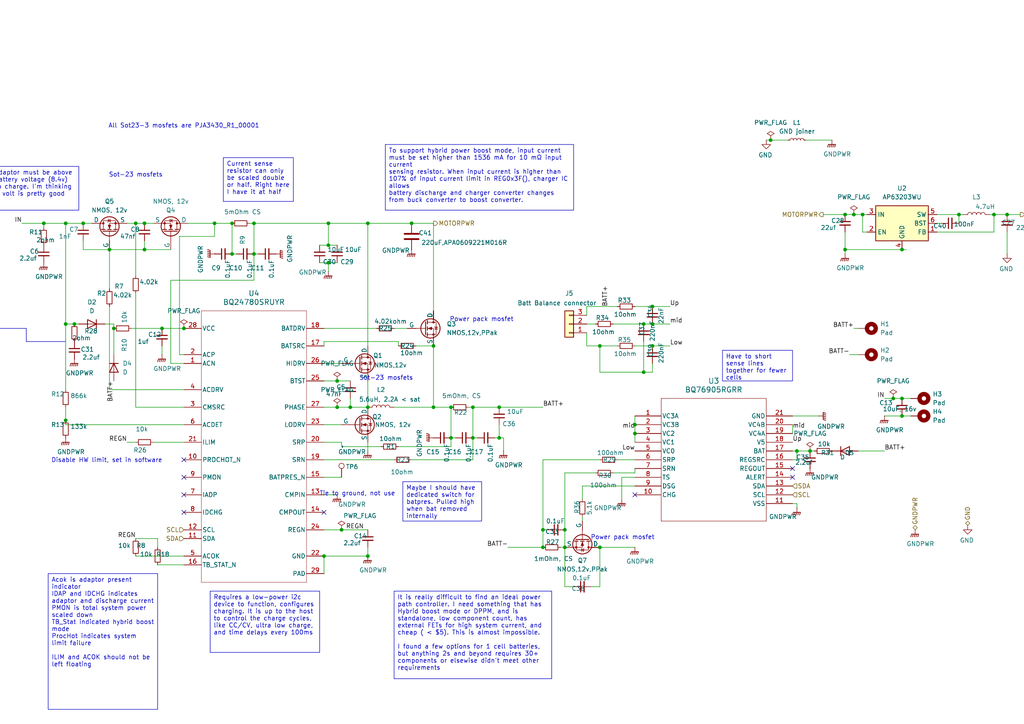
<source format=kicad_sch>
(kicad_sch (version 20231120) (generator "eeschema") (generator_version "8.0")
  (paper "A4")
  (title_block (date "2024-03-29") (rev "V1 Alpha"))
  (junction (at 189.23 93.98))
  (junction (at 67.31 73.66))
  (junction (at 163.83 158.75))
  (junction (at 184.15 125.73))
  (junction (at 53.34 95.25))
  (junction (at 173.99 100.33))
  (junction (at 101.6 118.11))
  (junction (at 231.14 130.81))
  (junction (at 137.16 127))
  (junction (at 189.23 100.33))
  (junction (at 106.68 161.29))
  (junction (at 157.48 153.67))
  (junction (at 288.29 62.23))
  (junction (at 97.79 118.11))
  (junction (at 186.69 107.95))
  (junction (at 24.13 64.77))
  (junction (at 106.68 64.77))
  (junction (at 250.19 62.23))
  (junction (at 261.62 72.39))
  (junction (at 12.7 64.77))
  (junction (at 39.37 64.77))
  (junction (at 184.15 123.19))
  (junction (at 245.11 72.39))
  (junction (at 95.25 76.2))
  (junction (at 130.81 118.11))
  (junction (at 186.69 93.98))
  (junction (at 106.68 118.11))
  (junction (at 19.05 93.98))
  (junction (at 19.05 121.92))
  (junction (at 245.11 62.23))
  (junction (at 41.91 64.77))
  (junction (at 21.59 93.98))
  (junction (at 73.66 73.66))
  (junction (at 46.99 95.25))
  (junction (at 130.81 127))
  (junction (at 189.23 88.9))
  (junction (at 97.79 110.49))
  (junction (at 62.23 64.77))
  (junction (at 93.98 161.29))
  (junction (at 95.25 64.77))
  (junction (at 157.48 158.75))
  (junction (at 278.13 62.23))
  (junction (at 31.75 72.39))
  (junction (at 33.02 95.25))
  (junction (at 73.66 64.77))
  (junction (at 95.25 71.12))
  (junction (at 261.62 120.65))
  (junction (at 41.91 72.39))
  (junction (at 163.83 153.67))
  (junction (at 234.95 130.81))
  (junction (at 19.05 64.77))
  (junction (at 259.08 115.57))
  (junction (at 144.78 127))
  (junction (at 247.65 62.23))
  (junction (at 125.73 118.11))
  (junction (at 144.78 118.11))
  (junction (at 292.1 62.23))
  (junction (at 67.31 64.77))
  (junction (at 137.16 118.11))
  (junction (at 261.62 115.57))
  (junction (at 99.06 153.67))
  (junction (at 119.38 64.77))
  (junction (at 173.99 158.75))
  (junction (at 223.52 40.64))
  (junction (at 125.73 100.33))
  (no_connect (at 53.34 133.35))
  (no_connect (at 229.87 135.89))
  (no_connect (at 229.87 138.43))
  (no_connect (at 53.34 148.59))
  (no_connect (at 93.98 148.59))
  (no_connect (at 184.15 143.51))
  (no_connect (at 53.34 138.43))
  (no_connect (at 53.34 143.51))
  (wire (pts (xy 93.98 105.41) (xy 99.06 105.41)))
  (wire (pts (xy 115.57 129.54) (xy 130.81 129.54)))
  (wire (pts (xy 259.08 115.57) (xy 261.62 115.57)))
  (wire (pts (xy 92.71 76.2) (xy 95.25 76.2)))
  (wire (pts (xy 93.98 95.25) (xy 109.22 95.25)))
  (wire (pts (xy 262.89 72.39) (xy 261.62 72.39)))
  (wire (pts (xy 162.56 158.75) (xy 163.83 158.75)))
  (wire (pts (xy 132.08 127) (xy 130.81 127)))
  (wire (pts (xy 39.37 85.09) (xy 39.37 118.11)))
  (wire (pts (xy 101.6 118.11) (xy 101.6 115.57)))
  (wire (pts (xy 38.1 95.25) (xy 46.99 95.25)))
  (wire (pts (xy 157.48 133.35) (xy 173.99 133.35)))
  (wire (pts (xy 95.25 71.12) (xy 97.79 71.12)))
  (wire (pts (xy 229.87 130.81) (xy 231.14 130.81)))
  (polyline (pts (xy 7.62 99.06) (xy 19.05 99.06)))
  (wire (pts (xy 33.02 93.98) (xy 33.02 95.25)))
  (wire (pts (xy 49.53 81.28) (xy 73.66 81.28)))
  (wire (pts (xy 245.11 67.31) (xy 245.11 72.39)))
  (wire (pts (xy 93.98 99.06) (xy 93.98 100.33)))
  (wire (pts (xy 93.98 161.29) (xy 106.68 161.29)))
  (wire (pts (xy 170.18 93.98) (xy 172.72 93.98)))
  (wire (pts (xy 292.1 67.31) (xy 292.1 73.66)))
  (wire (pts (xy 287.02 62.23) (xy 288.29 62.23)))
  (wire (pts (xy 189.23 88.9) (xy 194.31 88.9)))
  (wire (pts (xy 73.66 81.28) (xy 73.66 73.66)))
  (wire (pts (xy 144.78 123.19) (xy 144.78 127)))
  (wire (pts (xy 233.68 40.64) (xy 241.3 40.64)))
  (wire (pts (xy 238.76 62.23) (xy 245.11 62.23)))
  (wire (pts (xy 177.8 93.98) (xy 186.69 93.98)))
  (wire (pts (xy 6.35 64.77) (xy 12.7 64.77)))
  (wire (pts (xy 12.7 64.77) (xy 12.7 66.04)))
  (polyline (pts (xy 7.62 95.25) (xy 7.62 99.06)))
  (wire (pts (xy 189.23 105.41) (xy 189.23 107.95)))
  (wire (pts (xy 171.45 170.18) (xy 173.99 170.18)))
  (wire (pts (xy 95.25 76.2) (xy 95.25 78.74)))
  (wire (pts (xy 278.13 64.77) (xy 278.13 62.23)))
  (wire (pts (xy 147.32 158.75) (xy 157.48 158.75)))
  (wire (pts (xy 157.48 158.75) (xy 157.48 153.67)))
  (wire (pts (xy 146.05 130.81) (xy 146.05 127)))
  (wire (pts (xy 93.98 133.35) (xy 114.3 133.35)))
  (wire (pts (xy 163.83 153.67) (xy 163.83 158.75)))
  (wire (pts (xy 163.83 170.18) (xy 163.83 158.75)))
  (wire (pts (xy 99.06 129.54) (xy 110.49 129.54)))
  (wire (pts (xy 250.19 67.31) (xy 251.46 67.31)))
  (wire (pts (xy 144.78 127) (xy 143.51 127)))
  (wire (pts (xy 180.34 138.43) (xy 184.15 138.43)))
  (wire (pts (xy 12.7 64.77) (xy 19.05 64.77)))
  (wire (pts (xy 184.15 137.16) (xy 184.15 135.89)))
  (wire (pts (xy 231.14 133.35) (xy 231.14 130.81)))
  (wire (pts (xy 39.37 64.77) (xy 39.37 80.01)))
  (wire (pts (xy 19.05 121.92) (xy 19.05 118.11)))
  (wire (pts (xy 39.37 64.77) (xy 41.91 64.77)))
  (wire (pts (xy 45.72 158.75) (xy 45.72 156.21)))
  (wire (pts (xy 45.72 163.83) (xy 53.34 163.83)))
  (wire (pts (xy 180.34 144.78) (xy 180.34 138.43)))
  (wire (pts (xy 173.99 170.18) (xy 173.99 158.75)))
  (wire (pts (xy 45.72 156.21) (xy 39.37 156.21)))
  (wire (pts (xy 184.15 123.19) (xy 184.15 125.73)))
  (wire (pts (xy 137.16 118.11) (xy 137.16 127)))
  (wire (pts (xy 106.68 100.33) (xy 106.68 64.77)))
  (wire (pts (xy 271.78 64.77) (xy 273.05 64.77)))
  (wire (pts (xy 250.19 62.23) (xy 251.46 62.23)))
  (wire (pts (xy 184.15 140.97) (xy 168.91 140.97)))
  (wire (pts (xy 137.16 127) (xy 138.43 127)))
  (wire (pts (xy 186.69 99.06) (xy 186.69 107.95)))
  (wire (pts (xy 19.05 93.98) (xy 21.59 93.98)))
  (wire (pts (xy 115.57 99.06) (xy 115.57 100.33)))
  (wire (pts (xy 173.99 100.33) (xy 179.07 100.33)))
  (wire (pts (xy 31.75 88.9) (xy 31.75 113.03)))
  (wire (pts (xy 163.83 137.16) (xy 163.83 153.67)))
  (wire (pts (xy 170.18 88.9) (xy 170.18 91.44)))
  (wire (pts (xy 146.05 127) (xy 144.78 127)))
  (wire (pts (xy 106.68 110.49) (xy 106.68 118.11)))
  (wire (pts (xy 256.54 120.65) (xy 261.62 120.65)))
  (wire (pts (xy 54.61 64.77) (xy 62.23 64.77)))
  (wire (pts (xy 170.18 100.33) (xy 173.99 100.33)))
  (wire (pts (xy 163.83 137.16) (xy 172.72 137.16)))
  (wire (pts (xy 184.15 100.33) (xy 189.23 100.33)))
  (wire (pts (xy 33.02 102.87) (xy 33.02 95.25)))
  (wire (pts (xy 247.65 62.23) (xy 250.19 62.23)))
  (wire (pts (xy 184.15 88.9) (xy 189.23 88.9)))
  (wire (pts (xy 97.79 110.49) (xy 101.6 110.49)))
  (wire (pts (xy 158.75 153.67) (xy 157.48 153.67)))
  (wire (pts (xy 95.25 71.12) (xy 95.25 64.77)))
  (wire (pts (xy 125.73 64.77) (xy 119.38 64.77)))
  (wire (pts (xy 19.05 64.77) (xy 24.13 64.77)))
  (wire (pts (xy 168.91 140.97) (xy 168.91 144.78)))
  (wire (pts (xy 179.07 88.9) (xy 170.18 88.9)))
  (wire (pts (xy 93.98 153.67) (xy 99.06 153.67)))
  (wire (pts (xy 106.68 158.75) (xy 106.68 161.29)))
  (wire (pts (xy 189.23 107.95) (xy 186.69 107.95)))
  (wire (pts (xy 93.98 118.11) (xy 97.79 118.11)))
  (wire (pts (xy 114.3 95.25) (xy 118.11 95.25)))
  (wire (pts (xy 46.99 100.33) (xy 46.99 102.87)))
  (wire (pts (xy 24.13 72.39) (xy 31.75 72.39)))
  (wire (pts (xy 21.59 93.98) (xy 22.86 93.98)))
  (wire (pts (xy 49.53 105.41) (xy 49.53 81.28)))
  (wire (pts (xy 234.95 130.81) (xy 236.22 130.81)))
  (wire (pts (xy 93.98 123.19) (xy 99.06 123.19)))
  (wire (pts (xy 137.16 133.35) (xy 137.16 127)))
  (wire (pts (xy 245.11 72.39) (xy 245.11 73.66)))
  (wire (pts (xy 229.87 120.65) (xy 237.49 120.65)))
  (wire (pts (xy 261.62 115.57) (xy 264.16 115.57)))
  (wire (pts (xy 36.83 64.77) (xy 39.37 64.77)))
  (wire (pts (xy 288.29 67.31) (xy 288.29 62.23)))
  (wire (pts (xy 222.25 40.64) (xy 223.52 40.64)))
  (wire (pts (xy 73.66 64.77) (xy 73.66 73.66)))
  (wire (pts (xy 53.34 118.11) (xy 39.37 118.11)))
  (wire (pts (xy 19.05 93.98) (xy 19.05 113.03)))
  (wire (pts (xy 68.58 73.66) (xy 67.31 73.66)))
  (wire (pts (xy 41.91 69.85) (xy 41.91 72.39)))
  (wire (pts (xy 256.54 115.57) (xy 259.08 115.57)))
  (wire (pts (xy 31.75 72.39) (xy 31.75 83.82)))
  (wire (pts (xy 125.73 100.33) (xy 125.73 118.11)))
  (wire (pts (xy 292.1 62.23) (xy 295.91 62.23)))
  (wire (pts (xy 52.07 102.87) (xy 53.34 102.87)))
  (wire (pts (xy 231.14 130.81) (xy 234.95 130.81)))
  (wire (pts (xy 72.39 64.77) (xy 73.66 64.77)))
  (wire (pts (xy 93.98 128.27) (xy 99.06 128.27)))
  (polyline (pts (xy -12.7 95.25) (xy 7.62 95.25)))
  (wire (pts (xy 271.78 62.23) (xy 278.13 62.23)))
  (wire (pts (xy 93.98 166.37) (xy 93.98 161.29)))
  (wire (pts (xy 19.05 123.19) (xy 19.05 121.92)))
  (wire (pts (xy 67.31 64.77) (xy 67.31 73.66)))
  (wire (pts (xy 99.06 128.27) (xy 99.06 129.54)))
  (wire (pts (xy 229.87 123.19) (xy 229.87 125.73)))
  (wire (pts (xy 93.98 138.43) (xy 99.06 138.43)))
  (wire (pts (xy 173.99 158.75) (xy 184.15 158.75)))
  (wire (pts (xy 99.06 153.67) (xy 106.68 153.67)))
  (wire (pts (xy 119.38 133.35) (xy 137.16 133.35)))
  (wire (pts (xy 106.68 128.27) (xy 106.68 130.81)))
  (wire (pts (xy 279.4 62.23) (xy 278.13 62.23)))
  (wire (pts (xy 41.91 72.39) (xy 49.53 72.39)))
  (wire (pts (xy 31.75 113.03) (xy 53.34 113.03)))
  (wire (pts (xy 179.07 133.35) (xy 184.15 133.35)))
  (wire (pts (xy 125.73 90.17) (xy 125.73 64.77)))
  (wire (pts (xy 247.65 95.25) (xy 248.92 95.25)))
  (wire (pts (xy 19.05 64.77) (xy 19.05 93.98)))
  (wire (pts (xy 73.66 73.66) (xy 74.93 73.66)))
  (wire (pts (xy 271.78 67.31) (xy 288.29 67.31)))
  (wire (pts (xy 245.11 62.23) (xy 247.65 62.23)))
  (wire (pts (xy 24.13 64.77) (xy 26.67 64.77)))
  (wire (pts (xy 173.99 107.95) (xy 173.99 100.33)))
  (wire (pts (xy 231.14 146.05) (xy 231.14 147.32)))
  (wire (pts (xy 189.23 100.33) (xy 194.31 100.33)))
  (wire (pts (xy 135.89 118.11) (xy 137.16 118.11)))
  (wire (pts (xy 62.23 68.58) (xy 62.23 64.77)))
  (wire (pts (xy 119.38 64.77) (xy 106.68 64.77)))
  (wire (pts (xy 144.78 118.11) (xy 157.48 118.11)))
  (wire (pts (xy 93.98 110.49) (xy 97.79 110.49)))
  (wire (pts (xy 95.25 64.77) (xy 106.68 64.77)))
  (wire (pts (xy 52.07 68.58) (xy 62.23 68.58)))
  (wire (pts (xy 261.62 72.39) (xy 245.11 72.39)))
  (wire (pts (xy 288.29 62.23) (xy 292.1 62.23)))
  (wire (pts (xy 24.13 69.85) (xy 24.13 72.39)))
  (wire (pts (xy 186.69 93.98) (xy 189.23 93.98)))
  (wire (pts (xy 92.71 71.12) (xy 95.25 71.12)))
  (wire (pts (xy 93.98 99.06) (xy 115.57 99.06)))
  (wire (pts (xy 39.37 161.29) (xy 53.34 161.29)))
  (wire (pts (xy 97.79 143.51) (xy 93.98 143.51)))
  (wire (pts (xy 223.52 40.64) (xy 228.6 40.64)))
  (wire (pts (xy 31.75 72.39) (xy 41.91 72.39)))
  (wire (pts (xy 229.87 146.05) (xy 231.14 146.05)))
  (wire (pts (xy 114.3 118.11) (xy 125.73 118.11)))
  (wire (pts (xy 170.18 96.52) (xy 170.18 100.33)))
  (wire (pts (xy 184.15 120.65) (xy 184.15 123.19)))
  (wire (pts (xy 95.25 64.77) (xy 73.66 64.77)))
  (wire (pts (xy 168.91 149.86) (xy 168.91 151.13)))
  (wire (pts (xy 189.23 93.98) (xy 194.31 93.98)))
  (wire (pts (xy 130.81 129.54) (xy 130.81 127)))
  (wire (pts (xy 229.87 133.35) (xy 231.14 133.35)))
  (wire (pts (xy 53.34 105.41) (xy 49.53 105.41)))
  (wire (pts (xy 53.34 123.19) (xy 19.05 123.19)))
  (wire (pts (xy 101.6 118.11) (xy 106.68 118.11)))
  (wire (pts (xy 184.15 125.73) (xy 184.15 128.27)))
  (wire (pts (xy 95.25 76.2) (xy 97.79 76.2)))
  (wire (pts (xy 44.45 128.27) (xy 53.34 128.27)))
  (wire (pts (xy 166.37 170.18) (xy 163.83 170.18)))
  (wire (pts (xy 250.19 62.23) (xy 250.19 67.31)))
  (wire (pts (xy 30.48 93.98) (xy 33.02 93.98)))
  (wire (pts (xy 137.16 118.11) (xy 144.78 118.11)))
  (wire (pts (xy 261.62 120.65) (xy 264.16 120.65)))
  (wire (pts (xy 177.8 137.16) (xy 184.15 137.16)))
  (wire (pts (xy 157.48 133.35) (xy 157.48 153.67)))
  (wire (pts (xy 120.65 100.33) (xy 125.73 100.33)))
  (wire (pts (xy 62.23 64.77) (xy 67.31 64.77)))
  (wire (pts (xy 36.83 128.27) (xy 39.37 128.27)))
  (wire (pts (xy 130.81 118.11) (xy 130.81 127)))
  (wire (pts (xy 125.73 118.11) (xy 130.81 118.11)))
  (wire (pts (xy 186.69 107.95) (xy 173.99 107.95)))
  (wire (pts (xy 52.07 68.58) (xy 52.07 102.87)))
  (wire (pts (xy 248.92 130.81) (xy 256.54 130.81)))
  (wire (pts (xy 46.99 95.25) (xy 53.34 95.25)))
  (wire (pts (xy 246.38 102.87) (xy 248.92 102.87)))
  (wire (pts (xy 97.79 118.11) (xy 101.6 118.11)))
  (wire (pts (xy 41.91 64.77) (xy 44.45 64.77)))
  (text_box "It is really difficult to find an ideal power path controller. I need something that has Hybrid boost mode or DPPM, and is standalone, low component count, has external FETs for high system current, and cheap ( < $5). This is almost impossible. \n\nI found a few options for 1 cell batteries, but anything 2s and beyond requires 30+ components or elsewise didn't meet other requirements" (at 114.3 171.45 0) (size 45.72 25.4) (effects (font (size 1.27 1.27)) (justify left top)))
  (text_box "Adaptor must be above battery voltage (8.4v) to charge. I'm thinking 9 volt is pretty good" (at -2.54 48.26 0) (size 25.4 12.7) (effects (font (size 1.27 1.27)) (justify left top)))
  (text_box "Maybe I should have dedicated switch for batpres. Pulled high when bat removed internally" (at 116.84 139.7 0) (size 22.86 11.43) (effects (font (size 1.27 1.27)) (justify left top)))
  (text_box "In-rush current limiter. Need a big resistor size like a 1206." (at -34.29 90.17 0) (size 21.59 10.16) (effects (font (size 1.27 1.27)) (justify left top)))
  (text_box "Requires a low-power i2c device to function, configures charging. It is up to the host to control the charge cycles, like CC/CV, ultra low charge, and time delays every 100ms" (at 60.96 171.45 0) (size 31.75 17.78) (effects (font (size 1.27 1.27)) (justify left top)))
  (text_box "Current sense resistor can only be scaled double or half. Right here I have it at half" (at 64.77 45.72 0) (size 20.32 12.7) (effects (font (size 1.27 1.27)) (justify left top)))
  (text_box "To support hybrid power boost mode, input current must be set higher than 1536 mA for 10 mΩ input current\nsensing resistor. When input current is higher than 107% of input current limit in REG0x3F(), charger IC allows\nbattery discharge and charger converter changes from buck converter to boost converter." (at 111.76 41.91 0) (size 54.61 19.05) (effects (font (size 1.27 1.27)) (justify left top)))
  (text_box "Have to short sense lines together for fewer cells" (at 209.55 101.6 0) (size 20.32 8.89) (effects (font (size 1.27 1.27)) (justify left top)))
  (text_box "Acok is adaptor present indicator\nIDAP and IDCHG indicates adaptor and discharge current\nPMON is total system power scaled down\nTB_Stat indicated hybrid boost mode\nProcHot indicates system limit failure\n\nILIM and ACOK should not be left floating " (at 13.97 166.37 0) (size 31.75 39.37) (effects (font (size 1.27 1.27)) (justify left top)))
  (text "Sot-23 mosfets" (at 39.37 50.8 0) (effects (font (size 1.27 1.27))))
  (text "Sot-23 mosfets" (at 112.014 109.728 0) (effects (font (size 1.27 1.27))))
  (text "All Sot23-3 mosfets are PJA3430_R1_00001" (at 53.34 36.576 0) (effects (font (size 1.27 1.27))))
  (text "Tie to ground, not use" (at 103.632 143.256 0) (effects (font (size 1.27 1.27))))
  (text "Disable HW limit, set in software" (at 30.988 133.604 0) (effects (font (size 1.27 1.27))))
  (text "Power pack mosfet" (at 180.594 155.956 0) (effects (font (size 1.27 1.27))))
  (text "Power pack mosfet" (at 139.7 92.71 0) (effects (font (size 1.27 1.27))))
  (label "BATT-" (at 246.38 102.87 180))
  (label "BATT-" (at 147.32 158.75 180))
  (label "Up" (at 229.87 128.27 0))
  (label "IN" (at 6.35 64.77 180))
  (label "Low" (at 184.15 130.81 180))
  (label "BATT+" (at 247.65 95.25 180))
  (label "mid" (at 184.15 124.46 180))
  (label "REGN" (at 36.83 128.27 180))
  (label "BATT+" (at 256.54 130.81 0))
  (label "BATT+" (at 176.53 88.9 90))
  (label "REGN" (at 39.37 156.21 180))
  (label "REGN" (at 100.33 153.67 0))
  (label "mid" (at 229.87 124.46 0))
  (label "Low" (at 194.31 100.33 0))
  (label "mid" (at 194.31 93.98 0))
  (label "Up" (at 194.31 88.9 0))
  (label "BATT+" (at 33.02 110.49 270))
  (label "IN" (at 256.54 115.57 180))
  (label "BATT+" (at 157.48 118.11 0))
  (hierarchical_label "SCL" (shape input) (at 53.34 153.67 180))
  (hierarchical_label "SDA" (shape input) (at 53.34 156.21 180))
  (hierarchical_label "SDA" (shape input) (at 229.87 140.97 0))
  (hierarchical_label "MOTORPWR" (shape output) (at 238.76 62.23 180))
  (hierarchical_label "GND" (shape bidirectional) (at 280.67 152.4 90))
  (hierarchical_label "3.3v" (shape output) (at 295.91 62.23 0))
  (hierarchical_label "GNDPWR" (shape bidirectional) (at 265.43 153.67 90))
  (hierarchical_label "SCL" (shape input) (at 229.87 143.51 0))
  (hierarchical_label "MOTORPWR" (shape output) (at 125.73 64.77 0))
  (symbol (lib_id "Device:C_Small") (at 144.78 120.65 180) (unit 1)
    (property "Reference" "C36" (at 149.606 122.936 0) (effects (justify left)))
    (property "Value" "10uF" (at 151.892 119.38 0) (effects (justify left)))
    (property "Footprint" "Capacitor_SMD:C_0603_1608Metric" (effects (hide yes)))
    (property "Description" "Unpolarized capacitor, small symbol" (effects (hide yes)))
  )
  (symbol (lib_id "power:GNDPWR") (at 106.68 130.81 0) (unit 1)
    (property "Reference" "#PWR042" (effects (hide yes)))
    (property "Value" "GNDPWR" (at 102.108 131.064 0))
    (property "Description" "Power symbol creates a global label with name \"GNDPWR\" , global ground" (effects (hide yes)))
  )
  (symbol (lib_id "Device:C_Small") (at 189.23 91.44 0) (mirror y) (unit 1)
    (property "Reference" "C34" (at 188.722 92.202 90) (effects (justify left)))
    (property "Value" "22nF" (at 191.77 93.98 90) (effects (justify left)))
    (property "Footprint" "Capacitor_SMD:C_0603_1608Metric" (effects (hide yes)))
    (property "Description" "Unpolarized capacitor, small symbol" (effects (hide yes)))
  )
  (symbol (lib_id "Device:R_Small") (at 116.84 133.35 270) (unit 1)
    (property "Reference" "R23" (at 116.84 133.35 90))
    (property "Value" "10ohm" (at 116.586 136.906 90))
    (property "Footprint" "Resistor_SMD:R_0603_1608Metric" (effects (hide yes)))
    (property "Description" "Resistor, small symbol" (effects (hide yes)))
  )
  (symbol (lib_id "power:GNDPWR") (at 46.99 102.87 0) (unit 1)
    (property "Reference" "#PWR020" (effects (hide yes)))
    (property "Value" "GNDPWR" (at 48.514 106.934 0))
    (property "Description" "Power symbol creates a global label with name \"GNDPWR\" , global ground" (effects (hide yes)))
  )
  (symbol (lib_id "Device:D") (at 245.11 130.81 0) (unit 1)
    (property "Reference" "D5" (at 246.38 131.318 0))
    (property "Value" "D" (at 244.348 132.588 0))
    (property "Footprint" "Diode_SMD:D_0603_1608Metric" (effects (hide yes)))
    (property "Description" "Diode" (effects (hide yes)))
    (property "Sim.Device" "D" (effects (hide yes)))
    (property "Sim.Pins" "1=K 2=A" (effects (hide yes)))
  )
  (symbol (lib_id "Device:C_Small") (at 46.99 97.79 0) (unit 1)
    (property "Reference" "C12" (at 42.926 97.028 0) (effects (justify left)))
    (property "Value" "1uf" (at 39.878 99.06 0) (effects (justify left)))
    (property "Footprint" "Capacitor_SMD:C_0603_1608Metric" (effects (hide yes)))
    (property "Description" "Unpolarized capacitor, small symbol" (effects (hide yes)))
  )
  (symbol (lib_id "Simulation_SPICE:NMOS") (at 49.53 67.31 270) (mirror x) (unit 1)
    (property "Reference" "Q4" (at 49.53 60.96 90))
    (property "Value" "NMOS, 12v" (at 49.53 58.42 90))
    (property "Footprint" "Package_TO_SOT_SMD:SOT-323_SC-70" (effects (hide yes)))
    (property "Datasheet" "https://ngspice.sourceforge.io/docs/ngspice-html-manual/manual.xhtml#cha_MOSFETs" (effects (hide yes)))
    (property "Description" "N-MOSFET transistor, drain/source/gate" (effects (hide yes)))
    (property "Sim.Device" "NMOS" (effects (hide yes)))
    (property "Sim.Type" "VDMOS" (effects (hide yes)))
    (property "Sim.Pins" "1=D 2=G 3=S" (effects (hide yes)))
  )
  (symbol (lib_id "power:GND") (at 292.1 73.66 0) (unit 1)
    (property "Reference" "#PWR05" (effects (hide yes)))
    (property "Value" "GND" (at 291.846 77.978 0))
    (property "Description" "Power symbol creates a global label with name \"GND\" , ground" (effects (hide yes)))
  )
  (symbol (lib_id "Device:C_Small") (at 101.6 113.03 0) (unit 1)
    (property "Reference" "C5" (at 97.536 112.268 0) (effects (justify left)))
    (property "Value" "47nF" (at 94.488 114.3 0) (effects (justify left)))
    (property "Footprint" "Capacitor_SMD:C_0603_1608Metric" (effects (hide yes)))
    (property "Description" "Unpolarized capacitor, small symbol" (effects (hide yes)))
  )
  (symbol (lib_id "Device:R_Small") (at 118.11 100.33 270) (unit 1)
    (property "Reference" "R24" (at 118.11 100.33 90))
    (property "Value" "10ohm" (at 119.38 102.362 90))
    (property "Footprint" "Resistor_SMD:R_0603_1608Metric" (effects (hide yes)))
    (property "Description" "Resistor, small symbol" (effects (hide yes)))
  )
  (symbol (lib_id "power:GNDPWR") (at 237.49 120.65 90) (unit 1)
    (property "Reference" "#PWR044" (effects (hide yes)))
    (property "Value" "GNDPWR" (at 241.046 123.698 90))
    (property "Description" "Power symbol creates a global label with name \"GNDPWR\" , global ground" (effects (hide yes)))
  )
  (symbol (lib_id "Device:C_Small") (at 92.71 73.66 180) (unit 1)
    (property "Reference" "C30" (at 97.536 75.946 0) (effects (justify left)))
    (property "Value" "10uF" (at 99.822 72.39 0) (effects (justify left)))
    (property "Footprint" "Capacitor_SMD:C_0603_1608Metric" (effects (hide yes)))
    (property "Description" "Unpolarized capacitor, small symbol" (effects (hide yes)))
  )
  (symbol (lib_id "Device:C_Small") (at 97.79 73.66 180) (unit 1)
    (property "Reference" "C29" (at 102.616 75.946 0) (effects (justify left)))
    (property "Value" "10uF" (at 104.902 72.39 0) (effects (justify left)))
    (property "Footprint" "Capacitor_SMD:C_0603_1608Metric" (effects (hide yes)))
    (property "Description" "Unpolarized capacitor, small symbol" (effects (hide yes)))
  )
  (symbol (lib_id "Device:L") (at 283.21 62.23 90) (unit 1)
    (property "Reference" "L3" (at 283.21 57.15 90))
    (property "Value" "4.7uH" (at 285.75 59.944 90))
    (property "Footprint" "Inductor_SMD:L_1008_2520Metric" (effects (hide yes)))
    (property "Description" "Inductor" (effects (hide yes)))
  )
  (symbol (lib_id "Device:R_Small") (at 160.02 158.75 270) (mirror x) (unit 1)
    (property "Reference" "R27" (at 160.274 157.226 90))
    (property "Value" "1mOhm, CS" (at 160.528 162.052 90))
    (property "Footprint" "Resistor_SMD:R_2816_7142Metric" (effects (hide yes)))
    (property "Description" "Resistor, small symbol" (effects (hide yes)))
  )
  (symbol (lib_id "power:GNDPWR") (at 97.79 143.51 0) (unit 1)
    (property "Reference" "#PWR026" (effects (hide yes)))
    (property "Value" "GNDPWR" (at 102.108 146.304 0))
    (property "Description" "Power symbol creates a global label with name \"GNDPWR\" , global ground" (effects (hide yes)))
  )
  (symbol (lib_id "Device:C_Small") (at 261.62 118.11 0) (unit 1)
    (property "Reference" "C13" (at 255.016 116.84 0) (effects (justify left)))
    (property "Value" "10uF, 16v" (at 256.032 118.618 0) (effects (justify left)))
    (property "Footprint" "Capacitor_SMD:C_0603_1608Metric_Pad1.08x0.95mm_HandSolder" (effects (hide yes)))
    (property "Description" "Unpolarized capacitor, small symbol" (effects (hide yes)))
  )
  (symbol (lib_id "Device:C") (at 119.38 68.58 0) (unit 1)
    (property "Reference" "C41" (at 121.412 67.564 0) (effects (justify left)))
    (property "Value" "220uF,APA0609221M016R" (at 122.174 70.358 0) (effects (justify left)))
    (property "Footprint" "Capacitor_SMD:CP_Elec_6.3x9.9" (effects (hide yes)))
    (property "Description" "Unpolarized capacitor" (effects (hide yes)))
  )
  (symbol (lib_id "power:GNDPWR") (at 245.11 73.66 0) (unit 1)
    (property "Reference" "#PWR038" (effects (hide yes)))
    (property "Value" "GNDPWR" (at 246.634 77.724 0))
    (property "Description" "Power symbol creates a global label with name \"GNDPWR\" , global ground" (effects (hide yes)))
  )
  (symbol (lib_id "power:GNDPWR") (at 62.23 73.66 270) (unit 1)
    (property "Reference" "#PWR07" (effects (hide yes)))
    (property "Value" "GNDPWR" (at 58.166 75.184 0))
    (property "Description" "Power symbol creates a global label with name \"GNDPWR\" , global ground" (effects (hide yes)))
  )
  (symbol (lib_id "Device:C_Small") (at 161.29 153.67 90) (mirror x) (unit 1)
    (property "Reference" "C33" (at 162.052 154.178 90) (effects (justify left)))
    (property "Value" "0.1uF" (at 163.83 151.13 90) (effects (justify left)))
    (property "Footprint" "Capacitor_SMD:C_0603_1608Metric" (effects (hide yes)))
    (property "Description" "Unpolarized capacitor, small symbol" (effects (hide yes)))
  )
  (symbol (lib_id "power:PWR_FLAG") (at 259.08 115.57 0) (unit 1)
    (property "Reference" "#FLG05" (effects (hide yes)))
    (property "Value" "PWR_FLAG" (at 259.08 110.49 0))
    (property "Description" "Special symbol for telling ERC where power comes from" (effects (hide yes)))
  )
  (symbol (lib_id "Device:C_Small") (at 24.13 67.31 0) (unit 1)
    (property "Reference" "C7" (at 20.066 66.548 0) (effects (justify left)))
    (property "Value" "1nF" (at 17.018 68.58 0) (effects (justify left)))
    (property "Footprint" "Capacitor_SMD:C_0603_1608Metric" (effects (hide yes)))
    (property "Description" "Unpolarized capacitor, small symbol" (effects (hide yes)))
  )
  (symbol (lib_id "Device:R_Small") (at 21.59 96.52 0) (unit 1)
    (property "Reference" "R28" (at 26.416 96.012 0))
    (property "Value" "2ohm" (at 23.622 98.044 0))
    (property "Footprint" "Resistor_SMD:R_0603_1608Metric" (effects (hide yes)))
    (property "Description" "Resistor, small symbol" (effects (hide yes)))
  )
  (symbol (lib_id "Device:D") (at 33.02 106.68 270) (unit 1)
    (property "Reference" "D4" (at 35.56 105.4099 90) (effects (justify left)))
    (property "Value" "D" (at 35.56 107.9499 90) (effects (justify left)))
    (property "Footprint" "Diode_SMD:D_0603_1608Metric" (effects (hide yes)))
    (property "Description" "Diode" (effects (hide yes)))
    (property "Sim.Device" "D" (effects (hide yes)))
    (property "Sim.Pins" "1=K 2=A" (effects (hide yes)))
  )
  (symbol (lib_id "power:PWR_FLAG") (at 99.06 153.67 0) (unit 1)
    (property "Reference" "#FLG04" (effects (hide yes)))
    (property "Value" "PWR_FLAG" (at 104.394 149.606 0))
    (property "Description" "Special symbol for telling ERC where power comes from" (effects (hide yes)))
  )
  (symbol (lib_id "Device:R_Small") (at 238.76 130.81 270) (unit 1)
    (property "Reference" "R31" (at 240.03 131.318 90))
    (property "Value" "10k" (at 239.014 128.778 90))
    (property "Footprint" "Resistor_SMD:R_0603_1608Metric" (effects (hide yes)))
    (property "Description" "Resistor, small symbol" (effects (hide yes)))
  )
  (symbol (lib_id "power:GNDPWR") (at 231.14 147.32 0) (unit 1)
    (property "Reference" "#PWR046" (effects (hide yes)))
    (property "Value" "GNDPWR" (at 227.076 149.86 0))
    (property "Description" "Power symbol creates a global label with name \"GNDPWR\" , global ground" (effects (hide yes)))
  )
  (symbol (lib_id "Device:R_Small") (at 69.85 64.77 270) (unit 1)
    (property "Reference" "R9" (at 70.358 69.596 0))
    (property "Value" "5mOhm CS" (at 70.358 61.468 90))
    (property "Footprint" "Resistor_SMD:R_2816_7142Metric" (effects (hide yes)))
    (property "Description" "Resistor, small symbol" (effects (hide yes)))
  )
  (symbol (lib_id "Connector_Generic:Conn_01x03") (at 165.1 93.98 180) (unit 1)
    (property "Reference" "J5" (at 165.1 85.09 0))
    (property "Value" "Batt Balance connector" (at 161.544 87.884 0))
    (property "Footprint" "Connector_JST:JST_XH_S3B-XH-A_1x03_P2.50mm_Horizontal" (effects (hide yes)))
    (property "Description" "Generic connector, single row, 01x03, script generated (kicad-library-utils/schlib/autogen/connector/)" (effects (hide yes)))
  )
  (symbol (lib_id "power:GNDPWR") (at 119.38 72.39 0) (unit 1)
    (property "Reference" "#PWR050" (effects (hide yes)))
    (property "Value" "GNDPWR" (at 114.808 72.644 0))
    (property "Description" "Power symbol creates a global label with name \"GNDPWR\" , global ground" (effects (hide yes)))
  )
  (symbol (lib_id "Device:R_Small") (at 39.37 82.55 180) (unit 1)
    (property "Reference" "R7" (at 34.544 83.058 0))
    (property "Value" "4.02k" (at 43.18 81.788 0))
    (property "Footprint" "Resistor_SMD:R_0603_1608Metric" (effects (hide yes)))
    (property "Description" "Resistor, small symbol" (effects (hide yes)))
  )
  (symbol (lib_id "Device:C_Small") (at 64.77 73.66 90) (unit 1)
    (property "Reference" "C9" (at 64.008 77.724 90) (effects (justify left)))
    (property "Value" "0.1uF" (at 66.04 80.772 0) (effects (justify left)))
    (property "Footprint" "Capacitor_SMD:C_0603_1608Metric" (effects (hide yes)))
    (property "Description" "Unpolarized capacitor, small symbol" (effects (hide yes)))
  )
  (symbol (lib_id "Device:R_Small") (at 133.35 118.11 270) (unit 1)
    (property "Reference" "R22" (at 133.604 119.634 90))
    (property "Value" "5mOhm, CS" (at 133.858 114.808 90))
    (property "Footprint" "Resistor_SMD:R_2816_7142Metric" (effects (hide yes)))
    (property "Description" "Resistor, small symbol" (effects (hide yes)))
  )
  (symbol (lib_name "NMOS_1") (lib_id "Simulation_SPICE:NMOS") (at 168.91 156.21 270) (unit 1)
    (property "Reference" "Q7" (at 168.91 162.56 90))
    (property "Value" "NMOS,12v,PPak" (at 168.91 165.1 90))
    (property "Footprint" "Package_DFN_QFN:PQFN-8-EP_6x5mm_P1.27mm_Generic" (effects (hide yes)))
    (property "Datasheet" "https://ngspice.sourceforge.io/docs/ngspice-html-manual/manual.xhtml#cha_MOSFETs" (effects (hide yes)))
    (property "Description" "N-MOSFET transistor, drain/source/gate" (effects (hide yes)))
    (property "Sim.Device" "NMOS" (effects (hide yes)))
    (property "Sim.Type" "VDMOS" (effects (hide yes)))
    (property "Sim.Pins" "1=D 2=G 3=S" (effects (hide yes)))
  )
  (symbol (lib_id "Device:R_Small") (at 31.75 86.36 180) (unit 1)
    (property "Reference" "R2" (at 29.464 85.09 0))
    (property "Value" "4.02k" (at 35.56 85.598 0))
    (property "Footprint" "Resistor_SMD:R_0603_1608Metric" (effects (hide yes)))
    (property "Description" "Resistor, small symbol" (effects (hide yes)))
  )
  (symbol (lib_id "Device:R_Small") (at 111.76 95.25 270) (unit 1)
    (property "Reference" "R25" (at 111.76 95.25 90))
    (property "Value" "4.02kohm" (at 113.284 93.218 90))
    (property "Footprint" "Resistor_SMD:R_0603_1608Metric" (effects (hide yes)))
    (property "Description" "Resistor, small symbol" (effects (hide yes)))
  )
  (symbol (lib_id "power:PWR_FLAG") (at 223.52 40.64 0) (unit 1)
    (property "Reference" "#FLG09" (effects (hide yes)))
    (property "Value" "PWR_FLAG" (at 223.52 35.56 0))
    (property "Description" "Special symbol for telling ERC where power comes from" (effects (hide yes)))
  )
  (symbol (lib_id "Device:C_Small") (at 71.12 73.66 90) (unit 1)
    (property "Reference" "C10" (at 70.358 77.724 90) (effects (justify left)))
    (property "Value" "0.1uF" (at 72.39 80.772 0) (effects (justify left)))
    (property "Footprint" "Capacitor_SMD:C_0603_1608Metric" (effects (hide yes)))
    (property "Description" "Unpolarized capacitor, small symbol" (effects (hide yes)))
  )
  (symbol (lib_id "power:GNDPWR") (at 21.59 104.14 0) (unit 1)
    (property "Reference" "#PWR045" (effects (hide yes)))
    (property "Value" "GNDPWR" (at 23.114 108.204 0))
    (property "Description" "Power symbol creates a global label with name \"GNDPWR\" , global ground" (effects (hide yes)))
  )
  (symbol (lib_id "power:GND") (at 222.25 40.64 0) (unit 1)
    (property "Reference" "#PWR011" (effects (hide yes)))
    (property "Value" "GND" (at 221.996 44.958 0))
    (property "Description" "Power symbol creates a global label with name \"GND\" , ground" (effects (hide yes)))
  )
  (symbol (lib_id "Device:C_Small") (at 41.91 67.31 0) (unit 1)
    (property "Reference" "C8" (at 37.846 66.548 0) (effects (justify left)))
    (property "Value" "47nf" (at 34.798 68.58 0) (effects (justify left)))
    (property "Footprint" "Capacitor_SMD:C_0603_1608Metric" (effects (hide yes)))
    (property "Description" "Unpolarized capacitor, small symbol" (effects (hide yes)))
  )
  (symbol (lib_id "Device:R_Small") (at 12.7 68.58 180) (unit 1)
    (property "Reference" "R11" (at 10.414 67.31 0))
    (property "Value" "2ohm" (at 13.208 69.596 0))
    (property "Footprint" "Resistor_SMD:R_0603_1608Metric" (effects (hide yes)))
    (property "Description" "Resistor, small symbol" (effects (hide yes)))
  )
  (symbol (lib_id "BQ24780s:BQ24780SRUYR") (at 73.66 128.27 0) (unit 1)
    (property "Reference" "U4" (at 73.66 85.09 0) (effects (font (size 1.524 1.524))))
    (property "Value" "BQ24780SRUYR" (at 73.66 87.63 0) (effects (font (size 1.524 1.524))))
    (property "Footprint" "BQ24780:RUY0028A" (effects (hide yes)))
    (property "Datasheet" "BQ24780SRUYR" (effects (hide yes)))
  )
  (symbol (lib_id "Device:C_Small") (at 189.23 102.87 0) (mirror y) (unit 1)
    (property "Reference" "C39" (at 188.722 103.632 90) (effects (justify left)))
    (property "Value" "220nF" (at 191.77 105.41 90) (effects (justify left)))
    (property "Footprint" "Capacitor_SMD:C_0603_1608Metric" (effects (hide yes)))
    (property "Description" "Unpolarized capacitor, small symbol" (effects (hide yes)))
  )
  (symbol (lib_id "Mechanical:MountingHole_Pad") (at 266.7 120.65 270) (unit 1) (exclude_from_sim yes) (in_bom no)
    (property "Reference" "H4" (at 270.51 119.3799 90) (effects (justify left)))
    (property "Value" "Pad" (at 270.51 121.9199 90) (effects (justify left)))
    (property "Footprint" "TestPoint:TestPoint_Pad_3.0x3.0mm" (effects (hide yes)))
    (property "Description" "Mounting Hole with connection" (effects (hide yes)))
  )
  (symbol (lib_id "Device:R_Small") (at 19.05 124.46 180) (unit 1)
    (property "Reference" "R13" (at 16.764 123.19 0))
    (property "Value" "133k" (at 22.86 123.698 0))
    (property "Footprint" "Resistor_SMD:R_0603_1608Metric" (effects (hide yes)))
    (property "Description" "Resistor, small symbol" (effects (hide yes)))
  )
  (symbol (lib_id "power:GNDPWR") (at 184.15 158.75 0) (unit 1)
    (property "Reference" "#PWR037" (effects (hide yes)))
    (property "Value" "GNDPWR" (at 185.674 162.814 0))
    (property "Description" "Power symbol creates a global label with name \"GNDPWR\" , global ground" (effects (hide yes)))
  )
  (symbol (lib_id "Device:R_Small") (at 39.37 158.75 0) (unit 1)
    (property "Reference" "R8" (at 40.894 158.242 0))
    (property "Value" "10k" (at 36.068 158.242 0))
    (property "Footprint" "Resistor_SMD:R_0603_1608Metric" (effects (hide yes)))
    (property "Description" "Resistor, small symbol" (effects (hide yes)))
  )
  (symbol (lib_id "power:PWR_FLAG") (at 53.34 95.25 0) (unit 1)
    (property "Reference" "#FLG06" (effects (hide yes)))
    (property "Value" "PWR_FLAG" (at 53.34 90.17 0))
    (property "Description" "Special symbol for telling ERC where power comes from" (effects (hide yes)))
  )
  (symbol (lib_id "Device:R_Small") (at 113.03 129.54 270) (unit 1)
    (property "Reference" "R1" (at 113.284 129.54 90))
    (property "Value" "10ohm" (at 113.284 127.254 90))
    (property "Footprint" "Resistor_SMD:R_0603_1608Metric" (effects (hide yes)))
    (property "Description" "Resistor, small symbol" (effects (hide yes)))
  )
  (symbol (lib_id "power:GNDPWR") (at 19.05 127 0) (unit 1)
    (property "Reference" "#PWR022" (effects (hide yes)))
    (property "Value" "GNDPWR" (at 20.574 131.064 0))
    (property "Description" "Power symbol creates a global label with name \"GNDPWR\" , global ground" (effects (hide yes)))
  )
  (symbol (lib_id "Device:L") (at 110.49 118.11 90) (unit 1)
    (property "Reference" "L2" (at 110.49 113.03 90))
    (property "Value" "5.6uH, 2.2A < sat" (at 113.03 115.824 90))
    (property "Footprint" "Inductor_SMD:L_Bourns_SDR0604" (effects (hide yes)))
    (property "Description" "Inductor" (effects (hide yes)))
  )
  (symbol (lib_id "Device:C_Small") (at 134.62 127 90) (unit 1)
    (property "Reference" "C16" (at 133.858 131.064 90) (effects (justify left)))
    (property "Value" "0.1uF" (at 135.89 134.112 0) (effects (justify left)))
    (property "Footprint" "Capacitor_SMD:C_0603_1608Metric" (effects (hide yes)))
    (property "Description" "Unpolarized capacitor, small symbol" (effects (hide yes)))
  )
  (symbol (lib_id "Simulation_SPICE:NMOS") (at 104.14 123.19 0) (unit 1)
    (property "Reference" "Q2" (at 107.95 120.904 0) (effects (justify left)))
    (property "Value" "NMOS, 12v" (at 108.712 123.19 0) (effects (justify left)))
    (property "Footprint" "Package_TO_SOT_SMD:SOT-323_SC-70" (effects (hide yes)))
    (property "Datasheet" "https://ngspice.sourceforge.io/docs/ngspice-html-manual/manual.xhtml#cha_MOSFETs" (effects (hide yes)))
    (property "Description" "N-MOSFET transistor, drain/source/gate" (effects (hide yes)))
    (property "Sim.Device" "NMOS" (effects (hide yes)))
    (property "Sim.Type" "VDMOS" (effects (hide yes)))
    (property "Sim.Pins" "1=D 2=G 3=S" (effects (hide yes)))
  )
  (symbol (lib_id "power:PWR_FLAG") (at 97.79 118.11 0) (unit 1)
    (property "Reference" "#FLG08" (effects (hide yes)))
    (property "Value" "PWR_FLAG" (at 97.79 113.03 0))
    (property "Description" "Special symbol for telling ERC where power comes from" (effects (hide yes)))
  )
  (symbol (lib_id "Device:C_Small") (at 106.68 156.21 0) (unit 1)
    (property "Reference" "C14" (at 102.616 155.448 0) (effects (justify left)))
    (property "Value" "2.2uf" (at 99.568 157.48 0) (effects (justify left)))
    (property "Footprint" "Capacitor_SMD:C_0603_1608Metric" (effects (hide yes)))
    (property "Description" "Unpolarized capacitor, small symbol" (effects (hide yes)))
  )
  (symbol (lib_id "power:GNDPWR") (at 80.01 73.66 90) (unit 1)
    (property "Reference" "#PWR09" (effects (hide yes)))
    (property "Value" "GNDPWR" (at 84.074 72.136 0))
    (property "Description" "Power symbol creates a global label with name \"GNDPWR\" , global ground" (effects (hide yes)))
  )
  (symbol (lib_id "Device:C_Small") (at 21.59 101.6 0) (unit 1)
    (property "Reference" "C31" (at 23.368 101.346 0) (effects (justify left)))
    (property "Value" "2.2uf" (at 23.876 103.632 0) (effects (justify left)))
    (property "Footprint" "Capacitor_SMD:C_0603_1608Metric" (effects (hide yes)))
    (property "Description" "Unpolarized capacitor, small symbol" (effects (hide yes)))
  )
  (symbol (lib_name "NMOS_1") (lib_id "Simulation_SPICE:NMOS") (at 123.19 95.25 0) (unit 1)
    (property "Reference" "Q3" (at 129.54 93.9799 0) (effects (justify left)))
    (property "Value" "NMOS,12v,PPak" (at 129.54 96.5199 0) (effects (justify left)))
    (property "Footprint" "Package_DFN_QFN:PQFN-8-EP_6x5mm_P1.27mm_Generic" (effects (hide yes)))
    (property "Datasheet" "https://ngspice.sourceforge.io/docs/ngspice-html-manual/manual.xhtml#cha_MOSFETs" (effects (hide yes)))
    (property "Description" "N-MOSFET transistor, drain/source/gate" (effects (hide yes)))
    (property "Sim.Device" "NMOS" (effects (hide yes)))
    (property "Sim.Type" "VDMOS" (effects (hide yes)))
    (property "Sim.Pins" "1=D 2=G 3=S" (effects (hide yes)))
  )
  (symbol (lib_id "Device:C_Small") (at 186.69 96.52 0) (mirror y) (unit 1)
    (property "Reference" "C37" (at 186.182 97.282 90) (effects (justify left)))
    (property "Value" "220nF" (at 189.23 99.06 90) (effects (justify left)))
    (property "Footprint" "Capacitor_SMD:C_0603_1608Metric" (effects (hide yes)))
    (property "Description" "Unpolarized capacitor, small symbol" (effects (hide yes)))
  )
  (symbol (lib_id "Device:C_Small") (at 140.97 127 90) (unit 1)
    (property "Reference" "C17" (at 140.208 131.064 90) (effects (justify left)))
    (property "Value" "0.1uF" (at 142.24 134.112 0) (effects (justify left)))
    (property "Footprint" "Capacitor_SMD:C_0603_1608Metric" (effects (hide yes)))
    (property "Description" "Unpolarized capacitor, small symbol" (effects (hide yes)))
  )
  (symbol (lib_id "Device:C_Small") (at 234.95 133.35 0) (unit 1)
    (property "Reference" "C35" (at 230.886 132.588 0) (effects (justify left)))
    (property "Value" "2.2uf" (at 230.632 134.112 0) (effects (justify left)))
    (property "Footprint" "Capacitor_SMD:C_0603_1608Metric" (effects (hide yes)))
    (property "Description" "Unpolarized capacitor, small symbol" (effects (hide yes)))
  )
  (symbol (lib_id "Connector:TestPoint") (at 99.06 138.43 0) (unit 1)
    (property "Reference" "TP6" (at 102.108 135.382 0))
    (property "Value" "~" (at 99.314 129.54 90))
    (property "Footprint" "TestPoint:TestPoint_Pad_D1.0mm" (effects (hide yes)))
    (property "Description" "test point" (effects (hide yes)))
  )
  (symbol (lib_id "Simulation_SPICE:NMOS") (at 31.75 67.31 90) (unit 1)
    (property "Reference" "Q5" (at 31.75 58.42 90))
    (property "Value" "NMOS, 12v" (at 31.75 60.96 90))
    (property "Footprint" "Package_TO_SOT_SMD:SOT-323_SC-70" (effects (hide yes)))
    (property "Datasheet" "https://ngspice.sourceforge.io/docs/ngspice-html-manual/manual.xhtml#cha_MOSFETs" (effects (hide yes)))
    (property "Description" "N-MOSFET transistor, drain/source/gate" (effects (hide yes)))
    (property "Sim.Device" "NMOS" (effects (hide yes)))
    (property "Sim.Type" "VDMOS" (effects (hide yes)))
    (property "Sim.Pins" "1=D 2=G 3=S" (effects (hide yes)))
  )
  (symbol (lib_id "Device:C_Small") (at 275.59 64.77 90) (unit 1)
    (property "Reference" "C40" (at 274.574 65.532 90) (effects (justify left)))
    (property "Value" "100nF" (at 282.702 65.024 90) (effects (justify left)))
    (property "Footprint" "Capacitor_SMD:C_0603_1608Metric" (effects (hide yes)))
    (property "Description" "Unpolarized capacitor, small symbol" (effects (hide yes)))
  )
  (symbol (lib_id "Mechanical:MountingHole_Pad") (at 251.46 95.25 270) (unit 1) (exclude_from_sim yes) (in_bom no)
    (property "Reference" "H1" (at 255.27 93.9799 90) (effects (justify left)))
    (property "Value" "Pad" (at 255.27 96.5199 90) (effects (justify left)))
    (property "Footprint" "TestPoint:TestPoint_Pad_3.0x3.0mm" (effects (hide yes)))
    (property "Description" "Mounting Hole with connection" (effects (hide yes)))
  )
  (symbol (lib_id "BQ76905:BQ76905RGRR") (at 184.15 120.65 0) (unit 1)
    (property "Reference" "U3" (at 207.01 110.49 0) (effects (font (size 1.524 1.524))))
    (property "Value" "BQ76905RGRR" (at 207.01 113.03 0) (effects (font (size 1.524 1.524))))
    (property "Footprint" "BQ76905:VQFN20_RGR_TEX" (effects (hide yes)))
    (property "Datasheet" "BQ76905RGRR" (effects (hide yes)))
  )
  (symbol (lib_id "Device:C_Small") (at 245.11 64.77 0) (unit 1)
    (property "Reference" "C28" (at 241.046 64.008 0) (effects (justify left)))
    (property "Value" "22uf" (at 237.998 66.04 0) (effects (justify left)))
    (property "Footprint" "Capacitor_SMD:C_0603_1608Metric" (effects (hide yes)))
    (property "Description" "Unpolarized capacitor, small symbol" (effects (hide yes)))
  )
  (symbol (lib_id "Device:D") (at 26.67 93.98 180) (unit 1)
    (property "Reference" "D2" (at 26.67 87.63 0))
    (property "Value" "D" (at 26.67 90.17 0))
    (property "Footprint" "Diode_SMD:D_0603_1608Metric" (effects (hide yes)))
    (property "Description" "Diode" (effects (hide yes)))
    (property "Sim.Device" "D" (effects (hide yes)))
    (property "Sim.Pins" "1=K 2=A" (effects (hide yes)))
  )
  (symbol (lib_id "Regulator_Switching:AP63203WU") (at 261.62 64.77 0) (unit 1)
    (property "Reference" "U2" (at 261.62 54.61 0))
    (property "Value" "AP63203WU" (at 261.62 57.15 0))
    (property "Footprint" "Package_TO_SOT_SMD:TSOT-23-6" (effects (hide yes)))
    (property "Datasheet" "https://www.diodes.com/assets/Datasheets/AP63200-AP63201-AP63203-AP63205.pdf" (effects (hide yes)))
    (property "Description" "2A, 1.1MHz Buck DC/DC Converter, fixed 3.3V output voltage, TSOT-23-6" (effects (hide yes)))
  )
  (symbol (lib_id "power:GNDPWR") (at 106.68 161.29 0) (unit 1)
    (property "Reference" "#PWR039" (effects (hide yes)))
    (property "Value" "GNDPWR" (at 108.204 165.354 0))
    (property "Description" "Power symbol creates a global label with name \"GNDPWR\" , global ground" (effects (hide yes)))
  )
  (symbol (lib_id "Device:R_Small") (at 45.72 161.29 0) (unit 1)
    (property "Reference" "R18" (at 47.244 160.782 0))
    (property "Value" "10k" (at 42.418 160.782 0))
    (property "Footprint" "Resistor_SMD:R_0603_1608Metric" (effects (hide yes)))
    (property "Description" "Resistor, small symbol" (effects (hide yes)))
  )
  (symbol (lib_id "power:GNDPWR") (at 180.34 144.78 0) (unit 1)
    (property "Reference" "#PWR047" (effects (hide yes)))
    (property "Value" "GNDPWR" (at 176.276 147.32 0))
    (property "Description" "Power symbol creates a global label with name \"GNDPWR\" , global ground" (effects (hide yes)))
  )
  (symbol (lib_id "Mechanical:MountingHole_Pad") (at 251.46 102.87 270) (unit 1) (exclude_from_sim yes) (in_bom no)
    (property "Reference" "H2" (at 255.27 101.5999 90) (effects (justify left)))
    (property "Value" "Pad" (at 255.27 104.1399 90) (effects (justify left)))
    (property "Footprint" "TestPoint:TestPoint_Pad_3.0x3.0mm" (effects (hide yes)))
    (property "Description" "Mounting Hole with connection" (effects (hide yes)))
  )
  (symbol (lib_id "Device:R_Small") (at 35.56 95.25 270) (unit 1)
    (property "Reference" "R10" (at 36.068 100.076 0))
    (property "Value" "10k" (at 36.068 91.948 0))
    (property "Footprint" "Resistor_SMD:R_0603_1608Metric" (effects (hide yes)))
    (property "Description" "Resistor, small symbol" (effects (hide yes)))
  )
  (symbol (lib_id "Device:L_Small") (at 231.14 40.64 90) (unit 1)
    (property "Reference" "L1" (at 231.14 35.56 90))
    (property "Value" "GND joiner" (at 231.14 38.1 90))
    (property "Footprint" "Jumper:SolderJumper-2_P1.3mm_Bridged_Pad1.0x1.5mm" (effects (hide yes)))
    (property "Description" "Inductor, small symbol" (effects (hide yes)))
  )
  (symbol (lib_id "power:GNDPWR") (at 95.25 78.74 0) (unit 1)
    (property "Reference" "#PWR043" (effects (hide yes)))
    (property "Value" "GNDPWR" (at 90.678 78.994 0))
    (property "Description" "Power symbol creates a global label with name \"GNDPWR\" , global ground" (effects (hide yes)))
  )
  (symbol (lib_id "power:GND") (at 280.67 152.4 0) (unit 1)
    (property "Reference" "#PWR049" (effects (hide yes)))
    (property "Value" "GND" (at 280.416 156.718 0))
    (property "Description" "Power symbol creates a global label with name \"GND\" , ground" (effects (hide yes)))
  )
  (symbol (lib_id "Device:R_Small") (at 181.61 88.9 270) (unit 1)
    (property "Reference" "R33" (at 181.102 87.122 90))
    (property "Value" "10ohm" (at 181.356 91.186 90))
    (property "Footprint" "Resistor_SMD:R_0603_1608Metric" (effects (hide yes)))
    (property "Description" "Resistor, small symbol" (effects (hide yes)))
  )
  (symbol (lib_id "Device:R_Small") (at 168.91 147.32 0) (mirror y) (unit 1)
    (property "Reference" "R36" (at 167.386 147.066 90))
    (property "Value" "5.1k" (at 170.942 147.32 90))
    (property "Footprint" "Resistor_SMD:R_0603_1608Metric" (effects (hide yes)))
    (property "Description" "Resistor, small symbol" (effects (hide yes)))
  )
  (symbol (lib_id "Device:R_Small") (at 175.26 93.98 270) (unit 1)
    (property "Reference" "R34" (at 174.752 92.202 90))
    (property "Value" "10ohm" (at 175.006 96.266 90))
    (property "Footprint" "Resistor_SMD:R_0603_1608Metric" (effects (hide yes)))
    (property "Description" "Resistor, small symbol" (effects (hide yes)))
  )
  (symbol (lib_id "Device:R_Small") (at 181.61 100.33 270) (unit 1)
    (property "Reference" "R35" (at 181.102 98.552 90))
    (property "Value" "10ohm" (at 181.356 102.616 90))
    (property "Footprint" "Resistor_SMD:R_0603_1608Metric" (effects (hide yes)))
    (property "Description" "Resistor, small symbol" (effects (hide yes)))
  )
  (symbol (lib_id "Device:C_Small") (at 292.1 64.77 0) (unit 1)
    (property "Reference" "C27" (at 290.576 64.516 0) (effects (justify left)))
    (property "Value" "22uf" (at 294.64 66.0462 0) (effects (justify left)))
    (property "Footprint" "Capacitor_SMD:C_0603_1608Metric" (effects (hide yes)))
    (property "Description" "Unpolarized capacitor, small symbol" (effects (hide yes)))
  )
  (symbol (lib_id "Device:R_Small") (at 19.05 115.57 180) (unit 1)
    (property "Reference" "R12" (at 16.764 114.3 0))
    (property "Value" "866k" (at 22.86 114.808 0))
    (property "Footprint" "Resistor_SMD:R_0603_1608Metric" (effects (hide yes)))
    (property "Description" "Resistor, small symbol" (effects (hide yes)))
  )
  (symbol (lib_id "Mechanical:MountingHole_Pad") (at 266.7 115.57 270) (unit 1) (exclude_from_sim yes) (in_bom no)
    (property "Reference" "H3" (at 270.51 114.2999 90) (effects (justify left)))
    (property "Value" "Pad" (at 270.51 116.8399 90) (effects (justify left)))
    (property "Footprint" "TestPoint:TestPoint_Pad_3.0x3.0mm" (effects (hide yes)))
    (property "Description" "Mounting Hole with connection" (effects (hide yes)))
  )
  (symbol (lib_id "power:GNDPWR") (at 241.3 40.64 0) (unit 1)
    (property "Reference" "#PWR012" (effects (hide yes)))
    (property "Value" "GNDPWR" (at 242.824 44.704 0))
    (property "Description" "Power symbol creates a global label with name \"GNDPWR\" , global ground" (effects (hide yes)))
  )
  (symbol (lib_id "power:PWR_FLAG") (at 97.79 110.49 0) (unit 1)
    (property "Reference" "#FLG07" (effects (hide yes)))
    (property "Value" "PWR_FLAG" (at 97.79 105.41 0))
    (property "Description" "Special symbol for telling ERC where power comes from" (effects (hide yes)))
  )
  (symbol (lib_id "Device:C_Small") (at 12.7 73.66 0) (unit 1)
    (property "Reference" "C6" (at 8.636 72.898 0) (effects (justify left)))
    (property "Value" "2.2uf" (at 5.588 74.93 0) (effects (justify left)))
    (property "Footprint" "Capacitor_SMD:C_0603_1608Metric" (effects (hide yes)))
    (property "Description" "Unpolarized capacitor, small symbol" (effects (hide yes)))
  )
  (symbol (lib_id "power:GNDPWR") (at 146.05 130.81 0) (unit 1)
    (property "Reference" "#PWR041" (effects (hide yes)))
    (property "Value" "GNDPWR" (at 147.574 134.874 0))
    (property "Description" "Power symbol creates a global label with name \"GNDPWR\" , global ground" (effects (hide yes)))
  )
  (symbol (lib_id "power:GNDPWR") (at 12.7 76.2 0) (unit 1)
    (property "Reference" "#PWR06" (effects (hide yes)))
    (property "Value" "GNDPWR" (at 14.224 80.264 0))
    (property "Description" "Power symbol creates a global label with name \"GNDPWR\" , global ground" (effects (hide yes)))
  )
  (symbol (lib_id "power:GNDPWR") (at 256.54 120.65 0) (unit 1)
    (property "Reference" "#PWR019" (effects (hide yes)))
    (property "Value" "GNDPWR" (at 258.064 124.714 0))
    (property "Description" "Power symbol creates a global label with name \"GNDPWR\" , global ground" (effects (hide yes)))
  )
  (symbol (lib_id "Device:R_Small") (at 176.53 133.35 270) (unit 1)
    (property "Reference" "R29" (at 176.784 133.35 90))
    (property "Value" "100ohm" (at 177.038 131.318 90))
    (property "Footprint" "Resistor_SMD:R_0603_1608Metric" (effects (hide yes)))
    (property "Description" "Resistor, small symbol" (effects (hide yes)))
  )
  (symbol (lib_id "Device:C_Small") (at 168.91 170.18 90) (mirror x) (unit 1)
    (property "Reference" "C38" (at 169.672 170.688 90) (effects (justify left)))
    (property "Value" "0.1uF" (at 171.45 167.64 90) (effects (justify left)))
    (property "Footprint" "Capacitor_SMD:C_0603_1608Metric" (effects (hide yes)))
    (property "Description" "Unpolarized capacitor, small symbol" (effects (hide yes)))
  )
  (symbol (lib_id "power:PWR_FLAG") (at 234.95 130.81 0) (unit 1)
    (property "Reference" "#FLG010" (effects (hide yes)))
    (property "Value" "PWR_FLAG" (at 234.95 125.73 0))
    (property "Description" "Special symbol for telling ERC where power comes from" (effects (hide yes)))
  )
  (symbol (lib_id "Device:R_Small") (at 41.91 128.27 270) (unit 1)
    (property "Reference" "R26" (at 40.64 130.556 90))
    (property "Value" "10k" (at 41.148 124.46 90))
    (property "Footprint" "Resistor_SMD:R_0603_1608Metric" (effects (hide yes)))
    (property "Description" "Resistor, small symbol" (effects (hide yes)))
  )
  (symbol (lib_id "power:GNDPWR") (at 265.43 153.67 0) (unit 1)
    (property "Reference" "#PWR021" (effects (hide yes)))
    (property "Value" "GNDPWR" (at 266.954 157.734 0))
    (property "Description" "Power symbol creates a global label with name \"GNDPWR\" , global ground" (effects (hide yes)))
  )
  (symbol (lib_id "power:GNDPWR") (at 234.95 135.89 0) (unit 1)
    (property "Reference" "#PWR048" (effects (hide yes)))
    (property "Value" "GNDPWR" (at 239.268 138.43 0))
    (property "Description" "Power symbol creates a global label with name \"GNDPWR\" , global ground" (effects (hide yes)))
  )
  (symbol (lib_id "Simulation_SPICE:NMOS") (at 104.14 105.41 0) (unit 1)
    (property "Reference" "Q1" (at 108.204 103.124 0) (effects (justify left)))
    (property "Value" "NMOS,12v" (at 108.458 105.918 0) (effects (justify left)))
    (property "Footprint" "Package_TO_SOT_SMD:SOT-323_SC-70" (effects (hide yes)))
    (property "Datasheet" "https://ngspice.sourceforge.io/docs/ngspice-html-manual/manual.xhtml#cha_MOSFETs" (effects (hide yes)))
    (property "Description" "N-MOSFET transistor, drain/source/gate" (effects (hide yes)))
    (property "Sim.Device" "NMOS" (effects (hide yes)))
    (property "Sim.Type" "VDMOS" (effects (hide yes)))
    (property "Sim.Pins" "1=D 2=G 3=S" (effects (hide yes)))
  )
  (symbol (lib_id "Device:C_Small") (at 77.47 73.66 90) (unit 1)
    (property "Reference" "C11" (at 76.708 77.724 90) (effects (justify left)))
    (property "Value" "0.1uF" (at 78.74 80.772 0) (effects (justify left)))
    (property "Footprint" "Capacitor_SMD:C_0603_1608Metric" (effects (hide yes)))
    (property "Description" "Unpolarized capacitor, small symbol" (effects (hide yes)))
  )
  (symbol (lib_id "power:GNDPWR") (at 125.73 127 270) (unit 1)
    (property "Reference" "#PWR040" (effects (hide yes)))
    (property "Value" "GNDPWR" (at 121.666 128.524 0))
    (property "Description" "Power symbol creates a global label with name \"GNDPWR\" , global ground" (effects (hide yes)))
  )
  (symbol (lib_id "power:PWR_FLAG") (at 247.65 62.23 0) (unit 1)
    (property "Reference" "#FLG02" (effects (hide yes)))
    (property "Value" "PWR_FLAG" (at 247.65 57.15 0))
    (property "Description" "Special symbol for telling ERC where power comes from" (effects (hide yes)))
  )
  (symbol (lib_id "Device:C_Small") (at 128.27 127 90) (unit 1)
    (property "Reference" "C15" (at 127.508 131.064 90) (effects (justify left)))
    (property "Value" "0.1uF" (at 129.54 134.112 0) (effects (justify left)))
    (property "Footprint" "Capacitor_SMD:C_0603_1608Metric" (effects (hide yes)))
    (property "Description" "Unpolarized capacitor, small symbol" (effects (hide yes)))
  )
  (symbol (lib_id "Device:R_Small") (at 175.26 137.16 270) (unit 1)
    (property "Reference" "R30" (at 175.514 137.922 90))
    (property "Value" "100ohm" (at 175.006 140.716 90))
    (property "Footprint" "Resistor_SMD:R_0603_1608Metric" (effects (hide yes)))
    (property "Description" "Resistor, small symbol" (effects (hide yes)))
  )
)
</source>
